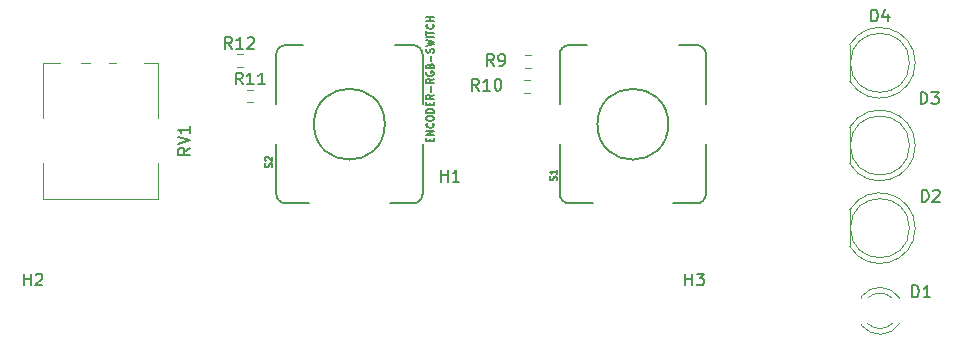
<source format=gbr>
%TF.GenerationSoftware,KiCad,Pcbnew,8.0.1-8.0.1-1~ubuntu22.04.1*%
%TF.CreationDate,2024-05-06T17:19:22+02:00*%
%TF.ProjectId,SecondaryBoard,5365636f-6e64-4617-9279-426f6172642e,rev?*%
%TF.SameCoordinates,Original*%
%TF.FileFunction,Legend,Top*%
%TF.FilePolarity,Positive*%
%FSLAX46Y46*%
G04 Gerber Fmt 4.6, Leading zero omitted, Abs format (unit mm)*
G04 Created by KiCad (PCBNEW 8.0.1-8.0.1-1~ubuntu22.04.1) date 2024-05-06 17:19:22*
%MOMM*%
%LPD*%
G01*
G04 APERTURE LIST*
%ADD10C,0.150000*%
%ADD11C,0.127000*%
%ADD12C,0.120000*%
%ADD13C,0.203200*%
G04 APERTURE END LIST*
D10*
X215181805Y-41294819D02*
X215181805Y-40294819D01*
X215181805Y-40294819D02*
X215419900Y-40294819D01*
X215419900Y-40294819D02*
X215562757Y-40342438D01*
X215562757Y-40342438D02*
X215657995Y-40437676D01*
X215657995Y-40437676D02*
X215705614Y-40532914D01*
X215705614Y-40532914D02*
X215753233Y-40723390D01*
X215753233Y-40723390D02*
X215753233Y-40866247D01*
X215753233Y-40866247D02*
X215705614Y-41056723D01*
X215705614Y-41056723D02*
X215657995Y-41151961D01*
X215657995Y-41151961D02*
X215562757Y-41247200D01*
X215562757Y-41247200D02*
X215419900Y-41294819D01*
X215419900Y-41294819D02*
X215181805Y-41294819D01*
X216610376Y-40628152D02*
X216610376Y-41294819D01*
X216372281Y-40247200D02*
X216134186Y-40961485D01*
X216134186Y-40961485D02*
X216753233Y-40961485D01*
D11*
X188546380Y-54764456D02*
X188575408Y-54677371D01*
X188575408Y-54677371D02*
X188575408Y-54532228D01*
X188575408Y-54532228D02*
X188546380Y-54474171D01*
X188546380Y-54474171D02*
X188517351Y-54445142D01*
X188517351Y-54445142D02*
X188459294Y-54416113D01*
X188459294Y-54416113D02*
X188401237Y-54416113D01*
X188401237Y-54416113D02*
X188343180Y-54445142D01*
X188343180Y-54445142D02*
X188314151Y-54474171D01*
X188314151Y-54474171D02*
X188285122Y-54532228D01*
X188285122Y-54532228D02*
X188256094Y-54648342D01*
X188256094Y-54648342D02*
X188227065Y-54706399D01*
X188227065Y-54706399D02*
X188198037Y-54735428D01*
X188198037Y-54735428D02*
X188139980Y-54764456D01*
X188139980Y-54764456D02*
X188081922Y-54764456D01*
X188081922Y-54764456D02*
X188023865Y-54735428D01*
X188023865Y-54735428D02*
X187994837Y-54706399D01*
X187994837Y-54706399D02*
X187965808Y-54648342D01*
X187965808Y-54648342D02*
X187965808Y-54503199D01*
X187965808Y-54503199D02*
X187994837Y-54416113D01*
X188575408Y-53835542D02*
X188575408Y-54183885D01*
X188575408Y-54009714D02*
X187965808Y-54009714D01*
X187965808Y-54009714D02*
X188052894Y-54067771D01*
X188052894Y-54067771D02*
X188110951Y-54125828D01*
X188110951Y-54125828D02*
X188139980Y-54183885D01*
D10*
X143438095Y-63654819D02*
X143438095Y-62654819D01*
X143438095Y-63131009D02*
X144009523Y-63131009D01*
X144009523Y-63654819D02*
X144009523Y-62654819D01*
X144438095Y-62750057D02*
X144485714Y-62702438D01*
X144485714Y-62702438D02*
X144580952Y-62654819D01*
X144580952Y-62654819D02*
X144819047Y-62654819D01*
X144819047Y-62654819D02*
X144914285Y-62702438D01*
X144914285Y-62702438D02*
X144961904Y-62750057D01*
X144961904Y-62750057D02*
X145009523Y-62845295D01*
X145009523Y-62845295D02*
X145009523Y-62940533D01*
X145009523Y-62940533D02*
X144961904Y-63083390D01*
X144961904Y-63083390D02*
X144390476Y-63654819D01*
X144390476Y-63654819D02*
X145009523Y-63654819D01*
D11*
X164446380Y-53664456D02*
X164475408Y-53577371D01*
X164475408Y-53577371D02*
X164475408Y-53432228D01*
X164475408Y-53432228D02*
X164446380Y-53374171D01*
X164446380Y-53374171D02*
X164417351Y-53345142D01*
X164417351Y-53345142D02*
X164359294Y-53316113D01*
X164359294Y-53316113D02*
X164301237Y-53316113D01*
X164301237Y-53316113D02*
X164243180Y-53345142D01*
X164243180Y-53345142D02*
X164214151Y-53374171D01*
X164214151Y-53374171D02*
X164185122Y-53432228D01*
X164185122Y-53432228D02*
X164156094Y-53548342D01*
X164156094Y-53548342D02*
X164127065Y-53606399D01*
X164127065Y-53606399D02*
X164098037Y-53635428D01*
X164098037Y-53635428D02*
X164039980Y-53664456D01*
X164039980Y-53664456D02*
X163981922Y-53664456D01*
X163981922Y-53664456D02*
X163923865Y-53635428D01*
X163923865Y-53635428D02*
X163894837Y-53606399D01*
X163894837Y-53606399D02*
X163865808Y-53548342D01*
X163865808Y-53548342D02*
X163865808Y-53403199D01*
X163865808Y-53403199D02*
X163894837Y-53316113D01*
X163923865Y-53083885D02*
X163894837Y-53054857D01*
X163894837Y-53054857D02*
X163865808Y-52996800D01*
X163865808Y-52996800D02*
X163865808Y-52851657D01*
X163865808Y-52851657D02*
X163894837Y-52793600D01*
X163894837Y-52793600D02*
X163923865Y-52764571D01*
X163923865Y-52764571D02*
X163981922Y-52735542D01*
X163981922Y-52735542D02*
X164039980Y-52735542D01*
X164039980Y-52735542D02*
X164127065Y-52764571D01*
X164127065Y-52764571D02*
X164475408Y-53112914D01*
X164475408Y-53112914D02*
X164475408Y-52735542D01*
X177814094Y-51458686D02*
X177814094Y-51255486D01*
X178133408Y-51168400D02*
X178133408Y-51458686D01*
X178133408Y-51458686D02*
X177523808Y-51458686D01*
X177523808Y-51458686D02*
X177523808Y-51168400D01*
X178133408Y-50907143D02*
X177523808Y-50907143D01*
X177523808Y-50907143D02*
X178133408Y-50558800D01*
X178133408Y-50558800D02*
X177523808Y-50558800D01*
X178075351Y-49920171D02*
X178104380Y-49949199D01*
X178104380Y-49949199D02*
X178133408Y-50036285D01*
X178133408Y-50036285D02*
X178133408Y-50094342D01*
X178133408Y-50094342D02*
X178104380Y-50181428D01*
X178104380Y-50181428D02*
X178046322Y-50239485D01*
X178046322Y-50239485D02*
X177988265Y-50268514D01*
X177988265Y-50268514D02*
X177872151Y-50297542D01*
X177872151Y-50297542D02*
X177785065Y-50297542D01*
X177785065Y-50297542D02*
X177668951Y-50268514D01*
X177668951Y-50268514D02*
X177610894Y-50239485D01*
X177610894Y-50239485D02*
X177552837Y-50181428D01*
X177552837Y-50181428D02*
X177523808Y-50094342D01*
X177523808Y-50094342D02*
X177523808Y-50036285D01*
X177523808Y-50036285D02*
X177552837Y-49949199D01*
X177552837Y-49949199D02*
X177581865Y-49920171D01*
X177523808Y-49542799D02*
X177523808Y-49426685D01*
X177523808Y-49426685D02*
X177552837Y-49368628D01*
X177552837Y-49368628D02*
X177610894Y-49310571D01*
X177610894Y-49310571D02*
X177727008Y-49281542D01*
X177727008Y-49281542D02*
X177930208Y-49281542D01*
X177930208Y-49281542D02*
X178046322Y-49310571D01*
X178046322Y-49310571D02*
X178104380Y-49368628D01*
X178104380Y-49368628D02*
X178133408Y-49426685D01*
X178133408Y-49426685D02*
X178133408Y-49542799D01*
X178133408Y-49542799D02*
X178104380Y-49600857D01*
X178104380Y-49600857D02*
X178046322Y-49658914D01*
X178046322Y-49658914D02*
X177930208Y-49687942D01*
X177930208Y-49687942D02*
X177727008Y-49687942D01*
X177727008Y-49687942D02*
X177610894Y-49658914D01*
X177610894Y-49658914D02*
X177552837Y-49600857D01*
X177552837Y-49600857D02*
X177523808Y-49542799D01*
X178133408Y-49020285D02*
X177523808Y-49020285D01*
X177523808Y-49020285D02*
X177523808Y-48875142D01*
X177523808Y-48875142D02*
X177552837Y-48788056D01*
X177552837Y-48788056D02*
X177610894Y-48729999D01*
X177610894Y-48729999D02*
X177668951Y-48700970D01*
X177668951Y-48700970D02*
X177785065Y-48671942D01*
X177785065Y-48671942D02*
X177872151Y-48671942D01*
X177872151Y-48671942D02*
X177988265Y-48700970D01*
X177988265Y-48700970D02*
X178046322Y-48729999D01*
X178046322Y-48729999D02*
X178104380Y-48788056D01*
X178104380Y-48788056D02*
X178133408Y-48875142D01*
X178133408Y-48875142D02*
X178133408Y-49020285D01*
X177814094Y-48410685D02*
X177814094Y-48207485D01*
X178133408Y-48120399D02*
X178133408Y-48410685D01*
X178133408Y-48410685D02*
X177523808Y-48410685D01*
X177523808Y-48410685D02*
X177523808Y-48120399D01*
X178133408Y-47510799D02*
X177843122Y-47713999D01*
X178133408Y-47859142D02*
X177523808Y-47859142D01*
X177523808Y-47859142D02*
X177523808Y-47626913D01*
X177523808Y-47626913D02*
X177552837Y-47568856D01*
X177552837Y-47568856D02*
X177581865Y-47539827D01*
X177581865Y-47539827D02*
X177639922Y-47510799D01*
X177639922Y-47510799D02*
X177727008Y-47510799D01*
X177727008Y-47510799D02*
X177785065Y-47539827D01*
X177785065Y-47539827D02*
X177814094Y-47568856D01*
X177814094Y-47568856D02*
X177843122Y-47626913D01*
X177843122Y-47626913D02*
X177843122Y-47859142D01*
X177901180Y-47249542D02*
X177901180Y-46785085D01*
X178133408Y-46146456D02*
X177843122Y-46349656D01*
X178133408Y-46494799D02*
X177523808Y-46494799D01*
X177523808Y-46494799D02*
X177523808Y-46262570D01*
X177523808Y-46262570D02*
X177552837Y-46204513D01*
X177552837Y-46204513D02*
X177581865Y-46175484D01*
X177581865Y-46175484D02*
X177639922Y-46146456D01*
X177639922Y-46146456D02*
X177727008Y-46146456D01*
X177727008Y-46146456D02*
X177785065Y-46175484D01*
X177785065Y-46175484D02*
X177814094Y-46204513D01*
X177814094Y-46204513D02*
X177843122Y-46262570D01*
X177843122Y-46262570D02*
X177843122Y-46494799D01*
X177552837Y-45565884D02*
X177523808Y-45623942D01*
X177523808Y-45623942D02*
X177523808Y-45711027D01*
X177523808Y-45711027D02*
X177552837Y-45798113D01*
X177552837Y-45798113D02*
X177610894Y-45856170D01*
X177610894Y-45856170D02*
X177668951Y-45885199D01*
X177668951Y-45885199D02*
X177785065Y-45914227D01*
X177785065Y-45914227D02*
X177872151Y-45914227D01*
X177872151Y-45914227D02*
X177988265Y-45885199D01*
X177988265Y-45885199D02*
X178046322Y-45856170D01*
X178046322Y-45856170D02*
X178104380Y-45798113D01*
X178104380Y-45798113D02*
X178133408Y-45711027D01*
X178133408Y-45711027D02*
X178133408Y-45652970D01*
X178133408Y-45652970D02*
X178104380Y-45565884D01*
X178104380Y-45565884D02*
X178075351Y-45536856D01*
X178075351Y-45536856D02*
X177872151Y-45536856D01*
X177872151Y-45536856D02*
X177872151Y-45652970D01*
X177814094Y-45072399D02*
X177843122Y-44985313D01*
X177843122Y-44985313D02*
X177872151Y-44956284D01*
X177872151Y-44956284D02*
X177930208Y-44927256D01*
X177930208Y-44927256D02*
X178017294Y-44927256D01*
X178017294Y-44927256D02*
X178075351Y-44956284D01*
X178075351Y-44956284D02*
X178104380Y-44985313D01*
X178104380Y-44985313D02*
X178133408Y-45043370D01*
X178133408Y-45043370D02*
X178133408Y-45275599D01*
X178133408Y-45275599D02*
X177523808Y-45275599D01*
X177523808Y-45275599D02*
X177523808Y-45072399D01*
X177523808Y-45072399D02*
X177552837Y-45014342D01*
X177552837Y-45014342D02*
X177581865Y-44985313D01*
X177581865Y-44985313D02*
X177639922Y-44956284D01*
X177639922Y-44956284D02*
X177697980Y-44956284D01*
X177697980Y-44956284D02*
X177756037Y-44985313D01*
X177756037Y-44985313D02*
X177785065Y-45014342D01*
X177785065Y-45014342D02*
X177814094Y-45072399D01*
X177814094Y-45072399D02*
X177814094Y-45275599D01*
X177901180Y-44665999D02*
X177901180Y-44201542D01*
X178104380Y-43940284D02*
X178133408Y-43853199D01*
X178133408Y-43853199D02*
X178133408Y-43708056D01*
X178133408Y-43708056D02*
X178104380Y-43649999D01*
X178104380Y-43649999D02*
X178075351Y-43620970D01*
X178075351Y-43620970D02*
X178017294Y-43591941D01*
X178017294Y-43591941D02*
X177959237Y-43591941D01*
X177959237Y-43591941D02*
X177901180Y-43620970D01*
X177901180Y-43620970D02*
X177872151Y-43649999D01*
X177872151Y-43649999D02*
X177843122Y-43708056D01*
X177843122Y-43708056D02*
X177814094Y-43824170D01*
X177814094Y-43824170D02*
X177785065Y-43882227D01*
X177785065Y-43882227D02*
X177756037Y-43911256D01*
X177756037Y-43911256D02*
X177697980Y-43940284D01*
X177697980Y-43940284D02*
X177639922Y-43940284D01*
X177639922Y-43940284D02*
X177581865Y-43911256D01*
X177581865Y-43911256D02*
X177552837Y-43882227D01*
X177552837Y-43882227D02*
X177523808Y-43824170D01*
X177523808Y-43824170D02*
X177523808Y-43679027D01*
X177523808Y-43679027D02*
X177552837Y-43591941D01*
X177523808Y-43388742D02*
X178133408Y-43243599D01*
X178133408Y-43243599D02*
X177697980Y-43127485D01*
X177697980Y-43127485D02*
X178133408Y-43011370D01*
X178133408Y-43011370D02*
X177523808Y-42866228D01*
X178133408Y-42633999D02*
X177523808Y-42633999D01*
X177523808Y-42430798D02*
X177523808Y-42082456D01*
X178133408Y-42256627D02*
X177523808Y-42256627D01*
X178075351Y-41530913D02*
X178104380Y-41559941D01*
X178104380Y-41559941D02*
X178133408Y-41647027D01*
X178133408Y-41647027D02*
X178133408Y-41705084D01*
X178133408Y-41705084D02*
X178104380Y-41792170D01*
X178104380Y-41792170D02*
X178046322Y-41850227D01*
X178046322Y-41850227D02*
X177988265Y-41879256D01*
X177988265Y-41879256D02*
X177872151Y-41908284D01*
X177872151Y-41908284D02*
X177785065Y-41908284D01*
X177785065Y-41908284D02*
X177668951Y-41879256D01*
X177668951Y-41879256D02*
X177610894Y-41850227D01*
X177610894Y-41850227D02*
X177552837Y-41792170D01*
X177552837Y-41792170D02*
X177523808Y-41705084D01*
X177523808Y-41705084D02*
X177523808Y-41647027D01*
X177523808Y-41647027D02*
X177552837Y-41559941D01*
X177552837Y-41559941D02*
X177581865Y-41530913D01*
X178133408Y-41269656D02*
X177523808Y-41269656D01*
X177814094Y-41269656D02*
X177814094Y-40921313D01*
X178133408Y-40921313D02*
X177523808Y-40921313D01*
D10*
X218661905Y-64654819D02*
X218661905Y-63654819D01*
X218661905Y-63654819D02*
X218900000Y-63654819D01*
X218900000Y-63654819D02*
X219042857Y-63702438D01*
X219042857Y-63702438D02*
X219138095Y-63797676D01*
X219138095Y-63797676D02*
X219185714Y-63892914D01*
X219185714Y-63892914D02*
X219233333Y-64083390D01*
X219233333Y-64083390D02*
X219233333Y-64226247D01*
X219233333Y-64226247D02*
X219185714Y-64416723D01*
X219185714Y-64416723D02*
X219138095Y-64511961D01*
X219138095Y-64511961D02*
X219042857Y-64607200D01*
X219042857Y-64607200D02*
X218900000Y-64654819D01*
X218900000Y-64654819D02*
X218661905Y-64654819D01*
X220185714Y-64654819D02*
X219614286Y-64654819D01*
X219900000Y-64654819D02*
X219900000Y-63654819D01*
X219900000Y-63654819D02*
X219804762Y-63797676D01*
X219804762Y-63797676D02*
X219709524Y-63892914D01*
X219709524Y-63892914D02*
X219614286Y-63940533D01*
X219461905Y-56554819D02*
X219461905Y-55554819D01*
X219461905Y-55554819D02*
X219700000Y-55554819D01*
X219700000Y-55554819D02*
X219842857Y-55602438D01*
X219842857Y-55602438D02*
X219938095Y-55697676D01*
X219938095Y-55697676D02*
X219985714Y-55792914D01*
X219985714Y-55792914D02*
X220033333Y-55983390D01*
X220033333Y-55983390D02*
X220033333Y-56126247D01*
X220033333Y-56126247D02*
X219985714Y-56316723D01*
X219985714Y-56316723D02*
X219938095Y-56411961D01*
X219938095Y-56411961D02*
X219842857Y-56507200D01*
X219842857Y-56507200D02*
X219700000Y-56554819D01*
X219700000Y-56554819D02*
X219461905Y-56554819D01*
X220414286Y-55650057D02*
X220461905Y-55602438D01*
X220461905Y-55602438D02*
X220557143Y-55554819D01*
X220557143Y-55554819D02*
X220795238Y-55554819D01*
X220795238Y-55554819D02*
X220890476Y-55602438D01*
X220890476Y-55602438D02*
X220938095Y-55650057D01*
X220938095Y-55650057D02*
X220985714Y-55745295D01*
X220985714Y-55745295D02*
X220985714Y-55840533D01*
X220985714Y-55840533D02*
X220938095Y-55983390D01*
X220938095Y-55983390D02*
X220366667Y-56554819D01*
X220366667Y-56554819D02*
X220985714Y-56554819D01*
X183233333Y-45054819D02*
X182900000Y-44578628D01*
X182661905Y-45054819D02*
X182661905Y-44054819D01*
X182661905Y-44054819D02*
X183042857Y-44054819D01*
X183042857Y-44054819D02*
X183138095Y-44102438D01*
X183138095Y-44102438D02*
X183185714Y-44150057D01*
X183185714Y-44150057D02*
X183233333Y-44245295D01*
X183233333Y-44245295D02*
X183233333Y-44388152D01*
X183233333Y-44388152D02*
X183185714Y-44483390D01*
X183185714Y-44483390D02*
X183138095Y-44531009D01*
X183138095Y-44531009D02*
X183042857Y-44578628D01*
X183042857Y-44578628D02*
X182661905Y-44578628D01*
X183709524Y-45054819D02*
X183900000Y-45054819D01*
X183900000Y-45054819D02*
X183995238Y-45007200D01*
X183995238Y-45007200D02*
X184042857Y-44959580D01*
X184042857Y-44959580D02*
X184138095Y-44816723D01*
X184138095Y-44816723D02*
X184185714Y-44626247D01*
X184185714Y-44626247D02*
X184185714Y-44245295D01*
X184185714Y-44245295D02*
X184138095Y-44150057D01*
X184138095Y-44150057D02*
X184090476Y-44102438D01*
X184090476Y-44102438D02*
X183995238Y-44054819D01*
X183995238Y-44054819D02*
X183804762Y-44054819D01*
X183804762Y-44054819D02*
X183709524Y-44102438D01*
X183709524Y-44102438D02*
X183661905Y-44150057D01*
X183661905Y-44150057D02*
X183614286Y-44245295D01*
X183614286Y-44245295D02*
X183614286Y-44483390D01*
X183614286Y-44483390D02*
X183661905Y-44578628D01*
X183661905Y-44578628D02*
X183709524Y-44626247D01*
X183709524Y-44626247D02*
X183804762Y-44673866D01*
X183804762Y-44673866D02*
X183995238Y-44673866D01*
X183995238Y-44673866D02*
X184090476Y-44626247D01*
X184090476Y-44626247D02*
X184138095Y-44578628D01*
X184138095Y-44578628D02*
X184185714Y-44483390D01*
X219361905Y-48294819D02*
X219361905Y-47294819D01*
X219361905Y-47294819D02*
X219600000Y-47294819D01*
X219600000Y-47294819D02*
X219742857Y-47342438D01*
X219742857Y-47342438D02*
X219838095Y-47437676D01*
X219838095Y-47437676D02*
X219885714Y-47532914D01*
X219885714Y-47532914D02*
X219933333Y-47723390D01*
X219933333Y-47723390D02*
X219933333Y-47866247D01*
X219933333Y-47866247D02*
X219885714Y-48056723D01*
X219885714Y-48056723D02*
X219838095Y-48151961D01*
X219838095Y-48151961D02*
X219742857Y-48247200D01*
X219742857Y-48247200D02*
X219600000Y-48294819D01*
X219600000Y-48294819D02*
X219361905Y-48294819D01*
X220266667Y-47294819D02*
X220885714Y-47294819D01*
X220885714Y-47294819D02*
X220552381Y-47675771D01*
X220552381Y-47675771D02*
X220695238Y-47675771D01*
X220695238Y-47675771D02*
X220790476Y-47723390D01*
X220790476Y-47723390D02*
X220838095Y-47771009D01*
X220838095Y-47771009D02*
X220885714Y-47866247D01*
X220885714Y-47866247D02*
X220885714Y-48104342D01*
X220885714Y-48104342D02*
X220838095Y-48199580D01*
X220838095Y-48199580D02*
X220790476Y-48247200D01*
X220790476Y-48247200D02*
X220695238Y-48294819D01*
X220695238Y-48294819D02*
X220409524Y-48294819D01*
X220409524Y-48294819D02*
X220314286Y-48247200D01*
X220314286Y-48247200D02*
X220266667Y-48199580D01*
X157494819Y-51995238D02*
X157018628Y-52328571D01*
X157494819Y-52566666D02*
X156494819Y-52566666D01*
X156494819Y-52566666D02*
X156494819Y-52185714D01*
X156494819Y-52185714D02*
X156542438Y-52090476D01*
X156542438Y-52090476D02*
X156590057Y-52042857D01*
X156590057Y-52042857D02*
X156685295Y-51995238D01*
X156685295Y-51995238D02*
X156828152Y-51995238D01*
X156828152Y-51995238D02*
X156923390Y-52042857D01*
X156923390Y-52042857D02*
X156971009Y-52090476D01*
X156971009Y-52090476D02*
X157018628Y-52185714D01*
X157018628Y-52185714D02*
X157018628Y-52566666D01*
X156494819Y-51709523D02*
X157494819Y-51376190D01*
X157494819Y-51376190D02*
X156494819Y-51042857D01*
X157494819Y-50185714D02*
X157494819Y-50757142D01*
X157494819Y-50471428D02*
X156494819Y-50471428D01*
X156494819Y-50471428D02*
X156637676Y-50566666D01*
X156637676Y-50566666D02*
X156732914Y-50661904D01*
X156732914Y-50661904D02*
X156780533Y-50757142D01*
X199438095Y-63654819D02*
X199438095Y-62654819D01*
X199438095Y-63131009D02*
X200009523Y-63131009D01*
X200009523Y-63654819D02*
X200009523Y-62654819D01*
X200390476Y-62654819D02*
X201009523Y-62654819D01*
X201009523Y-62654819D02*
X200676190Y-63035771D01*
X200676190Y-63035771D02*
X200819047Y-63035771D01*
X200819047Y-63035771D02*
X200914285Y-63083390D01*
X200914285Y-63083390D02*
X200961904Y-63131009D01*
X200961904Y-63131009D02*
X201009523Y-63226247D01*
X201009523Y-63226247D02*
X201009523Y-63464342D01*
X201009523Y-63464342D02*
X200961904Y-63559580D01*
X200961904Y-63559580D02*
X200914285Y-63607200D01*
X200914285Y-63607200D02*
X200819047Y-63654819D01*
X200819047Y-63654819D02*
X200533333Y-63654819D01*
X200533333Y-63654819D02*
X200438095Y-63607200D01*
X200438095Y-63607200D02*
X200390476Y-63559580D01*
X161957142Y-46624819D02*
X161623809Y-46148628D01*
X161385714Y-46624819D02*
X161385714Y-45624819D01*
X161385714Y-45624819D02*
X161766666Y-45624819D01*
X161766666Y-45624819D02*
X161861904Y-45672438D01*
X161861904Y-45672438D02*
X161909523Y-45720057D01*
X161909523Y-45720057D02*
X161957142Y-45815295D01*
X161957142Y-45815295D02*
X161957142Y-45958152D01*
X161957142Y-45958152D02*
X161909523Y-46053390D01*
X161909523Y-46053390D02*
X161861904Y-46101009D01*
X161861904Y-46101009D02*
X161766666Y-46148628D01*
X161766666Y-46148628D02*
X161385714Y-46148628D01*
X162909523Y-46624819D02*
X162338095Y-46624819D01*
X162623809Y-46624819D02*
X162623809Y-45624819D01*
X162623809Y-45624819D02*
X162528571Y-45767676D01*
X162528571Y-45767676D02*
X162433333Y-45862914D01*
X162433333Y-45862914D02*
X162338095Y-45910533D01*
X163861904Y-46624819D02*
X163290476Y-46624819D01*
X163576190Y-46624819D02*
X163576190Y-45624819D01*
X163576190Y-45624819D02*
X163480952Y-45767676D01*
X163480952Y-45767676D02*
X163385714Y-45862914D01*
X163385714Y-45862914D02*
X163290476Y-45910533D01*
X178738095Y-54854819D02*
X178738095Y-53854819D01*
X178738095Y-54331009D02*
X179309523Y-54331009D01*
X179309523Y-54854819D02*
X179309523Y-53854819D01*
X180309523Y-54854819D02*
X179738095Y-54854819D01*
X180023809Y-54854819D02*
X180023809Y-53854819D01*
X180023809Y-53854819D02*
X179928571Y-53997676D01*
X179928571Y-53997676D02*
X179833333Y-54092914D01*
X179833333Y-54092914D02*
X179738095Y-54140533D01*
X181957142Y-47154819D02*
X181623809Y-46678628D01*
X181385714Y-47154819D02*
X181385714Y-46154819D01*
X181385714Y-46154819D02*
X181766666Y-46154819D01*
X181766666Y-46154819D02*
X181861904Y-46202438D01*
X181861904Y-46202438D02*
X181909523Y-46250057D01*
X181909523Y-46250057D02*
X181957142Y-46345295D01*
X181957142Y-46345295D02*
X181957142Y-46488152D01*
X181957142Y-46488152D02*
X181909523Y-46583390D01*
X181909523Y-46583390D02*
X181861904Y-46631009D01*
X181861904Y-46631009D02*
X181766666Y-46678628D01*
X181766666Y-46678628D02*
X181385714Y-46678628D01*
X182909523Y-47154819D02*
X182338095Y-47154819D01*
X182623809Y-47154819D02*
X182623809Y-46154819D01*
X182623809Y-46154819D02*
X182528571Y-46297676D01*
X182528571Y-46297676D02*
X182433333Y-46392914D01*
X182433333Y-46392914D02*
X182338095Y-46440533D01*
X183528571Y-46154819D02*
X183623809Y-46154819D01*
X183623809Y-46154819D02*
X183719047Y-46202438D01*
X183719047Y-46202438D02*
X183766666Y-46250057D01*
X183766666Y-46250057D02*
X183814285Y-46345295D01*
X183814285Y-46345295D02*
X183861904Y-46535771D01*
X183861904Y-46535771D02*
X183861904Y-46773866D01*
X183861904Y-46773866D02*
X183814285Y-46964342D01*
X183814285Y-46964342D02*
X183766666Y-47059580D01*
X183766666Y-47059580D02*
X183719047Y-47107200D01*
X183719047Y-47107200D02*
X183623809Y-47154819D01*
X183623809Y-47154819D02*
X183528571Y-47154819D01*
X183528571Y-47154819D02*
X183433333Y-47107200D01*
X183433333Y-47107200D02*
X183385714Y-47059580D01*
X183385714Y-47059580D02*
X183338095Y-46964342D01*
X183338095Y-46964342D02*
X183290476Y-46773866D01*
X183290476Y-46773866D02*
X183290476Y-46535771D01*
X183290476Y-46535771D02*
X183338095Y-46345295D01*
X183338095Y-46345295D02*
X183385714Y-46250057D01*
X183385714Y-46250057D02*
X183433333Y-46202438D01*
X183433333Y-46202438D02*
X183528571Y-46154819D01*
X161057142Y-43624819D02*
X160723809Y-43148628D01*
X160485714Y-43624819D02*
X160485714Y-42624819D01*
X160485714Y-42624819D02*
X160866666Y-42624819D01*
X160866666Y-42624819D02*
X160961904Y-42672438D01*
X160961904Y-42672438D02*
X161009523Y-42720057D01*
X161009523Y-42720057D02*
X161057142Y-42815295D01*
X161057142Y-42815295D02*
X161057142Y-42958152D01*
X161057142Y-42958152D02*
X161009523Y-43053390D01*
X161009523Y-43053390D02*
X160961904Y-43101009D01*
X160961904Y-43101009D02*
X160866666Y-43148628D01*
X160866666Y-43148628D02*
X160485714Y-43148628D01*
X162009523Y-43624819D02*
X161438095Y-43624819D01*
X161723809Y-43624819D02*
X161723809Y-42624819D01*
X161723809Y-42624819D02*
X161628571Y-42767676D01*
X161628571Y-42767676D02*
X161533333Y-42862914D01*
X161533333Y-42862914D02*
X161438095Y-42910533D01*
X162390476Y-42720057D02*
X162438095Y-42672438D01*
X162438095Y-42672438D02*
X162533333Y-42624819D01*
X162533333Y-42624819D02*
X162771428Y-42624819D01*
X162771428Y-42624819D02*
X162866666Y-42672438D01*
X162866666Y-42672438D02*
X162914285Y-42720057D01*
X162914285Y-42720057D02*
X162961904Y-42815295D01*
X162961904Y-42815295D02*
X162961904Y-42910533D01*
X162961904Y-42910533D02*
X162914285Y-43053390D01*
X162914285Y-43053390D02*
X162342857Y-43624819D01*
X162342857Y-43624819D02*
X162961904Y-43624819D01*
D12*
%TO.C,D4*%
X213359900Y-43255000D02*
X213359900Y-46345000D01*
X213359901Y-43255170D02*
G75*
G02*
X218909899Y-44800462I2559999J-1544830D01*
G01*
X218909900Y-44799538D02*
G75*
G02*
X213359900Y-46344830I-2990000J-462D01*
G01*
X218419900Y-44800000D02*
G75*
G02*
X213419900Y-44800000I-2500000J0D01*
G01*
X213419900Y-44800000D02*
G75*
G02*
X218419900Y-44800000I2500000J0D01*
G01*
D13*
%TO.C,S1*%
X188802400Y-48300740D02*
X188802400Y-44107200D01*
X188802400Y-51699260D02*
X188802400Y-55892800D01*
X189607580Y-43302020D02*
X191101100Y-43302020D01*
X189607580Y-56697980D02*
X191601480Y-56697980D01*
X200392420Y-43302020D02*
X198898900Y-43302020D01*
X200392420Y-56697980D02*
X198398520Y-56697980D01*
X201197600Y-48300740D02*
X201197600Y-44107200D01*
X201197600Y-51699260D02*
X201197600Y-55892800D01*
X188802400Y-44107200D02*
G75*
G02*
X189607580Y-43302020I805181J-1D01*
G01*
X189607580Y-56697980D02*
G75*
G02*
X188802400Y-55892800I1J805181D01*
G01*
X200392420Y-43302020D02*
G75*
G02*
X201197580Y-44107200I-20J-805180D01*
G01*
X201197600Y-55892800D02*
G75*
G02*
X200392420Y-56697980I-805170J-10D01*
G01*
X197999740Y-50000000D02*
G75*
G02*
X192000260Y-50000000I-2999740J0D01*
G01*
X192000260Y-50000000D02*
G75*
G02*
X197999740Y-50000000I2999740J0D01*
G01*
%TO.C,S2*%
X164802400Y-48300740D02*
X164802400Y-44107200D01*
X164802400Y-51699260D02*
X164802400Y-55892800D01*
X165607580Y-43302020D02*
X167101100Y-43302020D01*
X165607580Y-56697980D02*
X167601480Y-56697980D01*
X176392420Y-43302020D02*
X174898900Y-43302020D01*
X176392420Y-56697980D02*
X174398520Y-56697980D01*
X177197600Y-48300740D02*
X177197600Y-44107200D01*
X177197600Y-51699260D02*
X177197600Y-55892800D01*
X164802400Y-44107200D02*
G75*
G02*
X165607580Y-43302020I805181J-1D01*
G01*
X165607580Y-56697980D02*
G75*
G02*
X164802400Y-55892800I1J805181D01*
G01*
X176392420Y-43302020D02*
G75*
G02*
X177197580Y-44107200I-20J-805180D01*
G01*
X177197600Y-55892800D02*
G75*
G02*
X176392420Y-56697980I-805170J-10D01*
G01*
X173999740Y-50000000D02*
G75*
G02*
X168000260Y-50000000I-2999740J0D01*
G01*
X168000260Y-50000000D02*
G75*
G02*
X173999740Y-50000000I2999740J0D01*
G01*
D12*
%TO.C,D1*%
X214359900Y-64564000D02*
X214359900Y-64720000D01*
X214359900Y-66880000D02*
X214359900Y-67036000D01*
X214359901Y-64564485D02*
G75*
G02*
X217592234Y-64721392I1559999J-1235515D01*
G01*
X214878940Y-64720001D02*
G75*
G02*
X216961029Y-64720164I1040960J-1079999D01*
G01*
X216961029Y-66879836D02*
G75*
G02*
X214878940Y-66879999I-1041129J1079836D01*
G01*
X217592234Y-66878608D02*
G75*
G02*
X214359901Y-67035515I-1672334J1078608D01*
G01*
%TO.C,D2*%
X213359900Y-57255000D02*
X213359900Y-60345000D01*
X213359901Y-57255170D02*
G75*
G02*
X218909899Y-58800462I2559999J-1544830D01*
G01*
X218909900Y-58799538D02*
G75*
G02*
X213359900Y-60344830I-2990000J-462D01*
G01*
X218419900Y-58800000D02*
G75*
G02*
X213419900Y-58800000I-2500000J0D01*
G01*
X213419900Y-58800000D02*
G75*
G02*
X218419900Y-58800000I2500000J0D01*
G01*
%TO.C,R9*%
X186354724Y-44177500D02*
X185845276Y-44177500D01*
X186354724Y-45222500D02*
X185845276Y-45222500D01*
%TO.C,D3*%
X213359900Y-50255000D02*
X213359900Y-53345000D01*
X213359901Y-50255170D02*
G75*
G02*
X218909899Y-51800462I2559999J-1544830D01*
G01*
X218909900Y-51799538D02*
G75*
G02*
X213359900Y-53344830I-2990000J-462D01*
G01*
X218419900Y-51800000D02*
G75*
G02*
X213419900Y-51800000I-2500000J0D01*
G01*
X213419900Y-51800000D02*
G75*
G02*
X218419900Y-51800000I2500000J0D01*
G01*
%TO.C,RV1*%
X145030000Y-44780000D02*
X145030000Y-49500000D01*
X145030000Y-44780000D02*
X146520000Y-44780000D01*
X145030000Y-53310000D02*
X145030000Y-56370000D01*
X145030000Y-56370000D02*
X154770000Y-56370000D01*
X148240000Y-44780000D02*
X149070000Y-44780000D01*
X150690000Y-44780000D02*
X151220000Y-44780000D01*
X153590000Y-44780000D02*
X154770000Y-44780000D01*
X154770000Y-53310000D02*
X154770000Y-56370000D01*
X154780000Y-44780000D02*
X154780000Y-49500000D01*
%TO.C,R11*%
X162345276Y-47077500D02*
X162854724Y-47077500D01*
X162345276Y-48122500D02*
X162854724Y-48122500D01*
%TO.C,R10*%
X186254724Y-46277500D02*
X185745276Y-46277500D01*
X186254724Y-47322500D02*
X185745276Y-47322500D01*
%TO.C,R12*%
X161445276Y-44077500D02*
X161954724Y-44077500D01*
X161445276Y-45122500D02*
X161954724Y-45122500D01*
%TD*%
M02*

</source>
